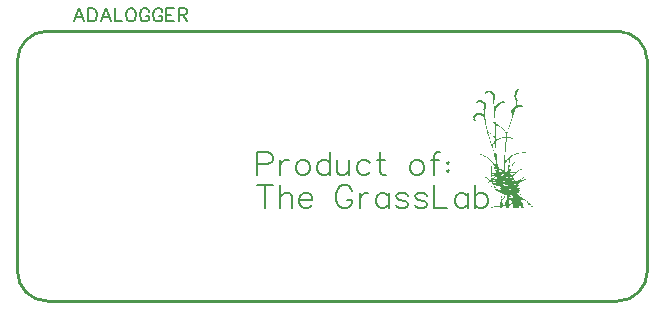
<source format=gto>
G04 Layer: TopSilkscreenLayer*
G04 EasyEDA v6.4.29, 2022-01-17 15:18:18*
G04 f717e2ddec04441081c87138b9a9d0f6,57a4a698a74a44ef878f5d1479004e60,10*
G04 Gerber Generator version 0.2*
G04 Scale: 100 percent, Rotated: No, Reflected: No *
G04 Dimensions in inches *
G04 leading zeros omitted , absolute positions ,3 integer and 6 decimal *
%FSLAX36Y36*%
%MOIN*%

%ADD10C,0.0100*%
%ADD16C,0.0080*%
%ADD17C,0.0070*%

%LPD*%
G36*
X1691960Y758600D02*
G01*
X1690540Y758580D01*
X1688880Y757980D01*
X1687020Y756760D01*
X1685000Y755000D01*
X1683240Y753139D01*
X1681620Y751220D01*
X1680340Y749440D01*
X1679560Y748040D01*
X1678620Y745440D01*
X1677880Y742720D01*
X1677360Y739940D01*
X1677040Y737159D01*
X1676920Y734400D01*
X1677000Y731740D01*
X1677260Y729200D01*
X1677720Y726820D01*
X1678380Y724680D01*
X1679199Y722800D01*
X1680220Y721240D01*
X1681420Y720040D01*
X1683160Y718540D01*
X1683839Y716880D01*
X1683520Y714040D01*
X1682260Y709080D01*
X1680980Y704900D01*
X1679480Y701540D01*
X1677660Y698800D01*
X1675420Y696440D01*
X1673160Y694340D01*
X1671220Y692260D01*
X1669580Y690260D01*
X1668240Y688319D01*
X1667200Y686440D01*
X1666459Y684640D01*
X1666060Y682920D01*
X1665940Y681300D01*
X1666160Y679760D01*
X1666680Y678300D01*
X1667520Y676960D01*
X1669319Y675140D01*
X1669820Y674539D01*
X1670160Y673840D01*
X1670320Y672940D01*
X1670300Y671760D01*
X1670040Y670160D01*
X1669580Y668080D01*
X1667860Y662020D01*
X1654300Y618820D01*
X1651420Y608540D01*
X1646879Y616560D01*
X1645500Y618720D01*
X1644079Y620720D01*
X1642620Y622600D01*
X1641100Y624360D01*
X1639460Y626020D01*
X1637680Y627620D01*
X1635760Y629200D01*
X1633680Y630740D01*
X1628860Y633860D01*
X1619680Y639240D01*
X1617660Y640639D01*
X1616240Y641880D01*
X1615280Y643100D01*
X1614700Y644460D01*
X1614300Y646100D01*
X1613839Y649659D01*
X1613500Y654020D01*
X1613060Y665620D01*
X1613000Y672580D01*
X1613060Y676000D01*
X1613220Y678940D01*
X1613480Y681540D01*
X1613860Y683880D01*
X1614379Y686080D01*
X1615040Y688240D01*
X1615860Y690440D01*
X1616900Y692840D01*
X1618080Y695120D01*
X1619379Y697280D01*
X1620820Y699280D01*
X1622340Y701160D01*
X1623980Y702880D01*
X1625720Y704440D01*
X1627520Y705840D01*
X1629400Y707080D01*
X1631339Y708139D01*
X1633340Y709020D01*
X1635400Y709700D01*
X1637480Y710200D01*
X1639600Y710500D01*
X1641720Y710580D01*
X1646519Y710220D01*
X1647760Y710400D01*
X1647760Y711160D01*
X1646800Y712680D01*
X1645700Y713820D01*
X1644139Y714800D01*
X1642320Y715500D01*
X1640380Y715879D01*
X1638640Y715920D01*
X1636720Y715699D01*
X1634620Y715260D01*
X1632440Y714620D01*
X1630200Y713800D01*
X1627960Y712820D01*
X1625760Y711720D01*
X1623680Y710520D01*
X1621740Y709220D01*
X1620000Y707880D01*
X1618500Y706480D01*
X1617320Y705080D01*
X1613620Y700320D01*
X1612420Y699160D01*
X1611540Y698800D01*
X1610920Y699280D01*
X1610460Y700580D01*
X1610120Y702740D01*
X1609360Y709220D01*
X1608440Y715220D01*
X1608040Y717000D01*
X1607860Y718340D01*
X1608080Y719700D01*
X1608680Y721000D01*
X1610700Y723640D01*
X1611459Y725639D01*
X1611960Y728060D01*
X1612180Y730740D01*
X1612120Y733540D01*
X1611780Y736320D01*
X1611140Y738940D01*
X1610200Y741240D01*
X1608980Y743139D01*
X1607340Y744900D01*
X1605360Y746480D01*
X1603100Y747900D01*
X1600640Y749100D01*
X1598040Y750080D01*
X1595360Y750819D01*
X1592660Y751280D01*
X1590020Y751460D01*
X1587500Y751320D01*
X1585160Y750860D01*
X1583080Y750040D01*
X1581800Y749140D01*
X1580960Y747840D01*
X1580500Y746020D01*
X1580360Y743640D01*
X1580400Y738600D01*
X1583340Y742280D01*
X1585100Y744100D01*
X1587080Y745360D01*
X1589220Y746060D01*
X1591519Y746200D01*
X1593899Y745780D01*
X1596360Y744820D01*
X1598860Y743300D01*
X1601320Y741240D01*
X1602960Y739680D01*
X1604160Y738379D01*
X1605040Y737200D01*
X1605580Y736000D01*
X1605860Y734640D01*
X1605940Y733000D01*
X1605600Y728280D01*
X1605440Y724440D01*
X1605580Y720060D01*
X1606020Y715660D01*
X1606680Y711720D01*
X1607620Y706900D01*
X1608380Y701080D01*
X1609120Y692520D01*
X1610000Y679560D01*
X1612120Y643580D01*
X1608340Y645900D01*
X1605640Y647300D01*
X1604660Y647220D01*
X1605440Y645860D01*
X1609400Y642200D01*
X1609940Y641480D01*
X1610380Y640580D01*
X1610760Y639460D01*
X1611060Y638020D01*
X1611560Y633900D01*
X1611997Y626460D01*
X1614940Y626460D01*
X1615040Y635280D01*
X1615180Y637800D01*
X1615380Y638700D01*
X1616360Y638360D01*
X1618260Y637440D01*
X1623680Y634380D01*
X1628899Y631040D01*
X1631300Y629300D01*
X1633560Y627520D01*
X1635680Y625700D01*
X1637660Y623820D01*
X1639500Y621920D01*
X1641180Y619960D01*
X1642740Y617980D01*
X1644160Y615960D01*
X1645420Y613900D01*
X1646519Y611800D01*
X1647500Y609660D01*
X1648300Y607500D01*
X1648980Y605320D01*
X1650440Y598300D01*
X1641060Y597060D01*
X1636879Y596080D01*
X1632220Y594660D01*
X1627640Y592960D01*
X1621840Y590420D01*
X1618760Y589300D01*
X1616680Y588800D01*
X1615880Y589020D01*
X1615380Y601180D01*
X1615060Y614380D01*
X1614940Y626460D01*
X1611997Y626460D01*
X1613260Y596380D01*
X1608060Y601900D01*
X1605440Y604360D01*
X1602160Y607000D01*
X1598660Y609480D01*
X1595340Y611500D01*
X1592960Y612820D01*
X1591120Y613960D01*
X1589720Y615020D01*
X1588660Y616140D01*
X1587880Y617400D01*
X1587260Y618960D01*
X1586699Y620920D01*
X1585400Y626800D01*
X1582760Y640140D01*
X1580600Y652760D01*
X1578980Y664120D01*
X1578380Y669160D01*
X1577680Y677620D01*
X1577600Y680900D01*
X1577680Y683480D01*
X1577960Y685240D01*
X1578180Y685819D01*
X1578440Y686160D01*
X1579360Y686380D01*
X1579720Y686660D01*
X1579800Y687099D01*
X1579360Y688160D01*
X1579360Y688600D01*
X1579580Y688900D01*
X1580000Y689000D01*
X1581500Y689980D01*
X1582780Y692480D01*
X1583640Y695960D01*
X1583880Y699800D01*
X1583620Y702120D01*
X1583060Y704440D01*
X1582260Y706720D01*
X1581220Y708860D01*
X1580020Y710819D01*
X1578660Y712540D01*
X1577200Y713920D01*
X1573140Y716460D01*
X1572180Y717240D01*
X1571560Y717880D01*
X1570800Y718340D01*
X1569319Y718700D01*
X1567320Y719000D01*
X1564980Y719200D01*
X1562500Y719280D01*
X1560060Y719240D01*
X1557880Y719080D01*
X1556100Y718760D01*
X1553760Y717760D01*
X1551960Y716240D01*
X1550780Y714340D01*
X1550360Y712200D01*
X1550680Y710220D01*
X1551600Y709460D01*
X1552980Y709900D01*
X1554780Y711560D01*
X1555980Y712540D01*
X1557620Y713100D01*
X1559860Y713280D01*
X1562840Y713080D01*
X1565520Y712660D01*
X1567860Y712000D01*
X1569880Y711080D01*
X1571600Y709920D01*
X1573080Y708460D01*
X1574300Y706680D01*
X1575320Y704580D01*
X1576160Y702120D01*
X1576680Y699659D01*
X1576960Y697120D01*
X1577000Y694640D01*
X1576800Y692380D01*
X1576420Y690480D01*
X1575860Y689080D01*
X1575140Y688360D01*
X1574300Y688439D01*
X1573680Y688720D01*
X1573340Y688600D01*
X1573300Y688100D01*
X1573980Y685720D01*
X1574840Y680020D01*
X1575420Y673360D01*
X1575500Y671060D01*
X1575440Y669900D01*
X1575220Y670040D01*
X1574600Y671040D01*
X1573480Y672220D01*
X1571980Y673439D01*
X1568640Y675520D01*
X1567300Y676460D01*
X1566380Y677280D01*
X1566060Y677800D01*
X1565500Y678180D01*
X1564000Y678439D01*
X1561759Y678600D01*
X1559019Y678600D01*
X1556180Y678379D01*
X1553440Y677800D01*
X1550820Y676840D01*
X1548380Y675560D01*
X1546120Y673960D01*
X1544060Y672039D01*
X1542260Y669860D01*
X1538620Y663800D01*
X1539040Y662860D01*
X1540980Y659260D01*
X1541240Y658439D01*
X1541080Y658139D01*
X1539880Y658520D01*
X1539720Y658000D01*
X1540000Y656800D01*
X1540740Y654920D01*
X1541720Y653139D01*
X1543040Y651480D01*
X1544500Y650140D01*
X1545940Y649340D01*
X1547700Y648800D01*
X1548580Y648860D01*
X1548700Y649620D01*
X1547780Y652820D01*
X1546860Y657060D01*
X1546519Y659160D01*
X1546320Y661860D01*
X1546759Y663860D01*
X1548020Y665680D01*
X1550340Y667720D01*
X1552200Y669060D01*
X1554040Y670080D01*
X1555860Y670759D01*
X1557740Y671120D01*
X1559700Y671180D01*
X1561780Y670920D01*
X1564019Y670360D01*
X1566459Y669479D01*
X1568360Y668640D01*
X1570040Y667760D01*
X1571480Y666780D01*
X1572740Y665639D01*
X1573839Y664260D01*
X1574800Y662600D01*
X1575680Y660580D01*
X1576500Y658180D01*
X1577280Y655280D01*
X1578880Y647840D01*
X1581879Y631840D01*
X1584100Y620740D01*
X1585040Y616580D01*
X1585040Y615020D01*
X1584280Y614320D01*
X1581140Y614020D01*
X1580700Y613840D01*
X1581360Y613540D01*
X1583160Y613020D01*
X1584580Y612460D01*
X1585820Y611580D01*
X1586115Y611240D01*
X1589760Y611240D01*
X1589920Y611500D01*
X1590720Y611220D01*
X1594400Y609440D01*
X1596800Y608140D01*
X1598839Y606880D01*
X1600820Y605440D01*
X1602720Y603840D01*
X1604520Y602100D01*
X1606200Y600280D01*
X1607760Y598380D01*
X1609139Y596480D01*
X1610340Y594580D01*
X1611360Y592720D01*
X1612140Y590940D01*
X1612700Y589280D01*
X1612980Y587780D01*
X1612980Y586440D01*
X1612700Y585340D01*
X1612080Y584480D01*
X1611649Y584220D01*
X1615780Y584220D01*
X1621220Y587500D01*
X1623180Y588560D01*
X1628000Y590720D01*
X1633500Y592700D01*
X1639120Y594360D01*
X1641759Y595020D01*
X1644220Y595520D01*
X1646420Y595840D01*
X1648260Y595980D01*
X1649680Y595900D01*
X1649019Y589780D01*
X1646339Y568320D01*
X1644900Y554420D01*
X1643940Y542520D01*
X1643060Y528120D01*
X1642600Y516200D01*
X1642360Y502320D01*
X1642340Y484060D01*
X1631660Y489560D01*
X1629100Y490720D01*
X1627280Y491400D01*
X1626459Y491500D01*
X1626639Y490920D01*
X1627540Y489680D01*
X1629019Y487960D01*
X1631432Y485439D01*
X1634720Y485439D01*
X1634980Y485760D01*
X1635740Y485600D01*
X1637000Y484960D01*
X1638779Y483820D01*
X1640520Y482420D01*
X1641879Y480900D01*
X1642740Y479360D01*
X1642966Y478180D01*
X1645040Y478180D01*
X1645120Y478380D01*
X1645460Y478180D01*
X1647020Y476740D01*
X1649280Y474260D01*
X1649678Y473579D01*
X1654980Y473579D01*
X1656160Y475379D01*
X1657440Y475439D01*
X1658530Y474040D01*
X1661920Y474040D01*
X1661980Y475880D01*
X1662260Y476940D01*
X1663220Y477420D01*
X1665200Y477840D01*
X1667860Y478160D01*
X1673740Y478459D01*
X1676260Y478380D01*
X1678040Y478160D01*
X1678720Y477740D01*
X1678320Y477239D01*
X1675640Y474960D01*
X1673700Y473500D01*
X1670760Y471460D01*
X1668920Y470660D01*
X1667420Y471019D01*
X1665540Y472380D01*
X1662420Y474940D01*
X1664860Y471260D01*
X1665760Y469739D01*
X1666240Y468420D01*
X1666279Y467420D01*
X1665860Y466780D01*
X1665320Y466380D01*
X1664860Y465820D01*
X1664560Y465180D01*
X1664460Y464540D01*
X1664600Y464040D01*
X1665020Y463920D01*
X1665680Y464180D01*
X1667960Y465540D01*
X1668640Y465220D01*
X1668620Y463860D01*
X1667860Y461500D01*
X1667367Y460860D01*
X1670160Y460860D01*
X1670280Y461320D01*
X1670580Y461560D01*
X1671040Y461580D01*
X1671579Y461340D01*
X1672140Y460940D01*
X1672600Y460379D01*
X1672900Y459780D01*
X1673020Y459180D01*
X1672900Y458740D01*
X1672600Y458480D01*
X1672140Y458440D01*
X1671579Y458620D01*
X1671040Y459080D01*
X1670580Y459660D01*
X1670280Y460280D01*
X1670160Y460860D01*
X1667367Y460860D01*
X1666720Y460020D01*
X1665220Y459400D01*
X1663940Y459739D01*
X1663480Y461019D01*
X1663440Y462200D01*
X1662900Y466500D01*
X1662100Y471700D01*
X1661920Y474040D01*
X1658530Y474040D01*
X1658640Y473900D01*
X1659560Y470860D01*
X1659880Y468900D01*
X1660020Y467200D01*
X1659980Y465940D01*
X1659740Y465260D01*
X1658320Y465740D01*
X1656540Y468160D01*
X1655180Y471240D01*
X1654980Y473579D01*
X1649678Y473579D01*
X1649760Y473440D01*
X1649460Y473040D01*
X1648440Y472939D01*
X1647540Y473160D01*
X1646680Y473740D01*
X1645960Y474600D01*
X1645500Y475660D01*
X1645080Y477600D01*
X1645040Y478180D01*
X1642966Y478180D01*
X1643020Y477900D01*
X1642880Y476480D01*
X1642300Y476240D01*
X1641020Y477299D01*
X1638779Y479739D01*
X1637000Y481820D01*
X1635740Y483459D01*
X1634980Y484680D01*
X1634720Y485439D01*
X1631432Y485439D01*
X1632800Y484000D01*
X1634220Y482320D01*
X1635200Y480959D01*
X1635700Y479900D01*
X1635740Y479159D01*
X1635320Y478780D01*
X1634440Y478720D01*
X1631940Y479260D01*
X1631040Y479219D01*
X1630440Y478960D01*
X1630220Y478459D01*
X1630400Y477900D01*
X1630900Y477440D01*
X1631620Y477140D01*
X1632500Y477020D01*
X1635540Y476300D01*
X1639019Y474580D01*
X1641879Y472480D01*
X1642983Y470740D01*
X1650680Y470740D01*
X1650720Y471180D01*
X1651020Y471480D01*
X1651540Y471580D01*
X1652120Y471480D01*
X1652600Y471180D01*
X1652920Y470740D01*
X1653040Y470220D01*
X1653000Y469720D01*
X1652860Y469280D01*
X1652660Y468980D01*
X1652420Y468860D01*
X1652100Y468980D01*
X1651300Y469720D01*
X1650900Y470220D01*
X1650680Y470740D01*
X1642983Y470740D01*
X1643060Y470620D01*
X1642540Y470280D01*
X1641100Y470620D01*
X1638839Y471599D01*
X1635920Y473180D01*
X1633540Y474720D01*
X1631540Y476300D01*
X1629880Y477980D01*
X1628520Y479860D01*
X1627400Y482000D01*
X1626519Y484460D01*
X1625800Y487320D01*
X1625040Y491580D01*
X1624460Y493760D01*
X1622460Y499440D01*
X1621500Y502720D01*
X1620640Y506180D01*
X1619900Y509880D01*
X1619240Y513880D01*
X1618660Y518220D01*
X1618180Y523000D01*
X1617400Y534060D01*
X1616840Y547540D01*
X1615780Y584220D01*
X1611649Y584220D01*
X1610080Y583160D01*
X1608740Y581720D01*
X1607260Y579800D01*
X1605820Y577580D01*
X1602500Y571980D01*
X1597000Y587220D01*
X1594480Y594520D01*
X1592440Y600780D01*
X1590920Y605800D01*
X1590000Y609360D01*
X1589760Y611240D01*
X1586115Y611240D01*
X1586740Y610520D01*
X1587220Y609420D01*
X1587860Y607100D01*
X1591140Y597000D01*
X1595180Y585180D01*
X1600472Y568780D01*
X1604560Y568780D01*
X1604860Y569800D01*
X1605720Y571500D01*
X1606960Y573640D01*
X1612400Y581820D01*
X1613440Y572680D01*
X1613880Y565400D01*
X1614199Y555840D01*
X1614340Y530700D01*
X1606720Y559500D01*
X1604660Y568120D01*
X1604560Y568780D01*
X1600472Y568780D01*
X1604040Y557020D01*
X1607240Y545900D01*
X1610100Y535480D01*
X1612460Y526220D01*
X1614199Y518500D01*
X1614820Y515379D01*
X1616080Y507200D01*
X1616840Y502939D01*
X1616860Y501800D01*
X1616040Y502040D01*
X1614280Y503760D01*
X1609680Y509140D01*
X1606020Y513220D01*
X1602260Y517100D01*
X1598420Y520740D01*
X1594520Y524120D01*
X1590600Y527260D01*
X1586639Y530120D01*
X1582700Y532700D01*
X1578800Y534980D01*
X1574940Y536920D01*
X1571140Y538540D01*
X1567440Y539800D01*
X1560160Y541600D01*
X1556800Y542120D01*
X1555120Y541860D01*
X1554640Y540860D01*
X1555000Y540340D01*
X1555960Y539920D01*
X1557380Y539620D01*
X1560520Y539440D01*
X1561980Y539260D01*
X1565120Y538540D01*
X1568540Y537360D01*
X1572160Y535800D01*
X1575960Y533840D01*
X1579880Y531540D01*
X1583860Y528920D01*
X1587880Y526020D01*
X1591879Y522879D01*
X1595820Y519520D01*
X1599640Y515980D01*
X1603320Y512280D01*
X1606780Y508459D01*
X1610000Y504540D01*
X1612000Y501900D01*
X1613620Y499580D01*
X1614920Y497520D01*
X1615960Y495600D01*
X1616740Y493740D01*
X1617295Y491980D01*
X1620400Y491980D01*
X1620520Y495340D01*
X1621680Y491980D01*
X1622520Y488960D01*
X1622940Y486540D01*
X1622960Y485520D01*
X1622800Y485160D01*
X1622400Y485520D01*
X1621680Y486540D01*
X1621140Y487600D01*
X1620740Y488960D01*
X1620480Y490480D01*
X1620400Y491980D01*
X1617295Y491980D01*
X1617780Y489780D01*
X1618140Y487500D01*
X1618460Y484140D01*
X1618500Y481740D01*
X1618240Y480340D01*
X1617740Y479900D01*
X1617000Y480460D01*
X1616100Y481980D01*
X1615020Y484460D01*
X1612740Y491079D01*
X1611680Y493660D01*
X1610760Y495420D01*
X1610140Y496060D01*
X1609800Y495780D01*
X1609720Y494960D01*
X1609880Y493780D01*
X1610280Y492299D01*
X1614740Y478900D01*
X1621819Y478900D01*
X1621900Y479900D01*
X1622580Y481740D01*
X1623080Y482800D01*
X1623560Y483220D01*
X1624060Y483020D01*
X1624700Y482220D01*
X1625560Y480640D01*
X1625820Y479960D01*
X1625920Y479420D01*
X1625760Y479020D01*
X1625320Y478700D01*
X1624640Y478480D01*
X1623820Y478380D01*
X1622420Y478480D01*
X1621819Y478900D01*
X1614740Y478900D01*
X1615920Y475340D01*
X1611200Y476620D01*
X1607400Y477520D01*
X1601699Y478700D01*
X1601459Y497120D01*
X1601300Y502299D01*
X1601160Y503620D01*
X1601000Y504159D01*
X1600780Y503960D01*
X1600200Y501500D01*
X1599760Y498459D01*
X1599360Y494700D01*
X1599100Y490700D01*
X1598820Y482220D01*
X1598320Y479640D01*
X1597140Y478480D01*
X1594940Y477980D01*
X1591000Y477420D01*
X1594940Y477180D01*
X1597360Y476680D01*
X1598779Y475680D01*
X1598839Y474739D01*
X1601819Y474700D01*
X1602220Y475220D01*
X1603240Y475520D01*
X1604920Y475580D01*
X1606519Y475180D01*
X1608452Y474080D01*
X1612360Y474080D01*
X1612720Y474300D01*
X1613440Y474140D01*
X1614307Y473660D01*
X1623100Y473660D01*
X1623200Y474460D01*
X1623520Y475080D01*
X1623959Y475520D01*
X1624520Y475660D01*
X1625080Y475439D01*
X1625540Y474840D01*
X1625840Y473940D01*
X1625914Y473140D01*
X1629460Y473140D01*
X1629740Y473640D01*
X1630900Y473240D01*
X1634820Y471019D01*
X1636140Y470080D01*
X1637040Y469320D01*
X1637360Y468780D01*
X1636260Y468000D01*
X1633800Y468560D01*
X1631240Y469960D01*
X1629780Y471740D01*
X1629460Y473140D01*
X1625914Y473140D01*
X1625840Y471860D01*
X1625540Y471140D01*
X1625080Y470800D01*
X1624520Y470860D01*
X1623959Y471360D01*
X1623520Y472060D01*
X1623200Y472860D01*
X1623100Y473660D01*
X1614307Y473660D01*
X1615180Y473020D01*
X1616000Y472220D01*
X1617240Y470340D01*
X1617060Y469540D01*
X1615800Y469920D01*
X1613839Y471580D01*
X1612940Y472620D01*
X1612440Y473480D01*
X1612360Y474080D01*
X1608452Y474080D01*
X1610420Y472580D01*
X1612340Y470620D01*
X1616120Y466300D01*
X1638779Y466300D01*
X1638940Y467260D01*
X1639460Y467420D01*
X1639812Y467180D01*
X1647380Y467180D01*
X1647640Y468380D01*
X1648480Y468740D01*
X1649920Y468260D01*
X1651980Y466940D01*
X1653640Y465140D01*
X1654400Y463080D01*
X1654160Y461400D01*
X1652840Y460700D01*
X1651180Y461380D01*
X1649400Y463040D01*
X1648000Y465160D01*
X1647380Y467180D01*
X1639812Y467180D01*
X1640340Y466820D01*
X1641660Y465420D01*
X1642500Y464400D01*
X1642700Y463900D01*
X1642240Y463860D01*
X1641120Y464219D01*
X1640220Y464660D01*
X1639480Y465180D01*
X1638959Y465740D01*
X1638779Y466300D01*
X1616120Y466300D01*
X1616540Y465820D01*
X1609120Y469420D01*
X1606480Y470780D01*
X1604420Y472000D01*
X1602940Y473080D01*
X1602080Y473980D01*
X1601819Y474700D01*
X1598687Y474700D01*
X1596620Y474180D01*
X1596560Y473820D01*
X1596920Y473300D01*
X1597720Y472620D01*
X1598720Y471340D01*
X1599215Y470140D01*
X1603140Y470140D01*
X1610000Y467040D01*
X1612480Y465780D01*
X1612740Y465580D01*
X1611120Y464320D01*
X1603140Y457520D01*
X1603140Y470140D01*
X1599215Y470140D01*
X1599620Y469159D01*
X1600340Y466240D01*
X1600860Y462700D01*
X1601740Y454640D01*
X1598880Y459580D01*
X1596940Y462640D01*
X1595080Y464940D01*
X1593700Y466120D01*
X1593140Y465740D01*
X1594240Y463440D01*
X1598280Y456260D01*
X1599224Y454260D01*
X1604760Y454260D01*
X1605680Y456520D01*
X1608440Y459660D01*
X1611699Y462080D01*
X1614780Y463040D01*
X1617240Y462520D01*
X1618274Y460880D01*
X1633160Y460880D01*
X1634000Y461719D01*
X1635940Y462060D01*
X1637040Y461980D01*
X1637940Y461740D01*
X1638560Y461400D01*
X1638779Y460940D01*
X1638500Y459720D01*
X1637720Y458920D01*
X1636540Y458620D01*
X1635080Y458860D01*
X1633500Y459840D01*
X1633160Y460880D01*
X1618274Y460880D01*
X1618540Y460460D01*
X1618440Y459320D01*
X1618246Y459099D01*
X1628820Y459099D01*
X1628880Y460200D01*
X1629079Y460600D01*
X1629500Y460319D01*
X1630927Y458140D01*
X1653040Y458140D01*
X1653160Y458600D01*
X1653460Y458840D01*
X1653920Y458860D01*
X1654480Y458620D01*
X1655020Y458220D01*
X1655480Y457660D01*
X1655780Y457060D01*
X1655864Y456640D01*
X1663020Y456640D01*
X1663220Y457580D01*
X1663420Y457879D01*
X1663660Y457980D01*
X1663980Y457879D01*
X1664780Y457140D01*
X1665160Y456640D01*
X1665380Y456120D01*
X1665340Y455680D01*
X1665060Y455379D01*
X1664540Y455280D01*
X1663959Y455379D01*
X1663480Y455680D01*
X1663140Y456120D01*
X1663020Y456640D01*
X1655864Y456640D01*
X1655900Y456460D01*
X1655780Y456019D01*
X1655480Y455780D01*
X1655020Y455760D01*
X1654480Y456000D01*
X1653920Y456400D01*
X1653460Y456940D01*
X1653160Y457560D01*
X1653040Y458140D01*
X1630927Y458140D01*
X1631519Y456800D01*
X1631639Y456240D01*
X1631519Y455860D01*
X1631220Y455700D01*
X1630780Y455740D01*
X1630220Y456000D01*
X1629680Y456460D01*
X1629220Y457220D01*
X1628920Y458140D01*
X1628820Y459099D01*
X1618246Y459099D01*
X1617580Y458340D01*
X1615880Y457460D01*
X1610880Y455980D01*
X1609160Y455379D01*
X1608040Y454860D01*
X1607560Y454440D01*
X1607720Y454159D01*
X1608520Y454060D01*
X1610000Y454140D01*
X1612160Y454480D01*
X1614640Y454739D01*
X1616519Y454520D01*
X1618100Y453760D01*
X1619573Y452400D01*
X1637920Y452400D01*
X1637940Y453459D01*
X1638520Y454219D01*
X1639700Y454540D01*
X1641500Y454320D01*
X1642660Y453760D01*
X1643040Y453380D01*
X1659340Y453380D01*
X1659560Y454380D01*
X1660440Y456140D01*
X1661080Y456480D01*
X1661459Y455420D01*
X1661600Y452960D01*
X1661519Y451420D01*
X1661240Y450540D01*
X1660780Y450300D01*
X1660120Y450700D01*
X1659620Y451400D01*
X1659360Y452340D01*
X1659340Y453380D01*
X1643040Y453380D01*
X1643620Y452800D01*
X1644282Y451599D01*
X1653040Y451599D01*
X1653160Y452440D01*
X1653300Y452580D01*
X1657020Y447720D01*
X1657340Y447140D01*
X1656840Y447340D01*
X1654580Y449140D01*
X1653779Y450040D01*
X1653240Y450880D01*
X1653040Y451599D01*
X1644282Y451599D01*
X1644800Y449840D01*
X1644905Y448900D01*
X1647260Y448900D01*
X1647640Y450460D01*
X1649319Y449980D01*
X1650140Y449099D01*
X1650920Y447879D01*
X1651560Y446460D01*
X1651980Y445040D01*
X1652300Y443160D01*
X1652200Y442400D01*
X1651480Y442680D01*
X1650000Y443920D01*
X1648100Y446360D01*
X1647260Y448900D01*
X1644905Y448900D01*
X1645020Y447879D01*
X1644860Y446880D01*
X1644220Y446659D01*
X1643040Y447120D01*
X1641040Y448360D01*
X1639500Y449720D01*
X1638440Y451100D01*
X1637920Y452400D01*
X1619573Y452400D01*
X1622380Y449280D01*
X1618520Y451599D01*
X1615540Y453220D01*
X1613860Y453800D01*
X1613520Y453340D01*
X1614560Y451820D01*
X1615380Y450820D01*
X1615640Y450300D01*
X1615300Y450180D01*
X1608480Y451760D01*
X1605700Y452740D01*
X1604760Y454260D01*
X1599224Y454260D01*
X1599880Y452520D01*
X1599920Y451760D01*
X1599319Y451719D01*
X1598220Y452180D01*
X1596759Y453040D01*
X1592680Y456019D01*
X1587240Y459680D01*
X1582140Y462740D01*
X1580140Y463800D01*
X1578720Y464400D01*
X1578040Y464460D01*
X1578540Y463780D01*
X1580360Y462299D01*
X1583180Y460280D01*
X1590300Y455460D01*
X1593160Y453280D01*
X1595000Y451599D01*
X1595560Y450640D01*
X1594960Y449920D01*
X1593680Y448940D01*
X1591900Y447819D01*
X1587780Y445640D01*
X1586240Y444640D01*
X1585340Y443840D01*
X1585220Y443360D01*
X1586000Y443320D01*
X1587600Y443780D01*
X1589760Y444640D01*
X1595600Y447400D01*
X1597860Y448100D01*
X1599480Y448000D01*
X1600425Y447460D01*
X1605600Y447460D01*
X1605600Y448700D01*
X1606060Y449480D01*
X1606960Y449799D01*
X1608380Y449660D01*
X1610340Y449040D01*
X1613297Y447760D01*
X1637360Y447760D01*
X1637780Y448060D01*
X1638880Y447420D01*
X1640460Y446079D01*
X1642300Y444260D01*
X1645148Y440980D01*
X1649520Y440980D01*
X1650160Y440840D01*
X1650461Y440600D01*
X1667480Y440600D01*
X1667540Y445560D01*
X1667760Y450260D01*
X1668180Y453680D01*
X1668740Y456040D01*
X1669379Y457040D01*
X1670460Y456820D01*
X1672340Y455600D01*
X1673839Y454219D01*
X1675520Y452239D01*
X1677180Y449880D01*
X1678580Y447440D01*
X1679660Y445160D01*
X1680480Y442960D01*
X1681080Y440920D01*
X1681420Y439040D01*
X1681519Y437400D01*
X1681360Y436040D01*
X1680940Y435000D01*
X1680240Y434320D01*
X1679220Y434500D01*
X1678160Y436040D01*
X1677240Y438560D01*
X1676620Y441680D01*
X1675940Y444380D01*
X1674680Y447520D01*
X1673320Y450100D01*
X1672260Y451200D01*
X1672020Y450820D01*
X1671980Y449780D01*
X1672100Y448260D01*
X1672700Y444060D01*
X1672620Y442140D01*
X1672120Y440580D01*
X1670300Y438140D01*
X1669460Y436820D01*
X1668779Y435439D01*
X1668100Y433660D01*
X1667900Y433920D01*
X1667720Y434860D01*
X1667520Y438320D01*
X1667480Y440600D01*
X1650461Y440600D01*
X1651720Y439600D01*
X1652231Y439040D01*
X1655900Y439040D01*
X1656080Y440080D01*
X1656519Y440260D01*
X1657220Y439500D01*
X1662100Y439500D01*
X1662140Y439940D01*
X1662420Y440220D01*
X1662940Y440319D01*
X1663520Y440220D01*
X1664019Y439940D01*
X1664340Y439500D01*
X1664460Y438960D01*
X1664259Y438000D01*
X1664060Y437700D01*
X1663820Y437600D01*
X1663520Y437700D01*
X1662700Y438440D01*
X1662320Y438960D01*
X1662100Y439500D01*
X1657220Y439500D01*
X1657860Y438240D01*
X1658100Y437460D01*
X1658080Y436960D01*
X1657800Y436780D01*
X1657300Y436960D01*
X1656759Y437380D01*
X1656320Y437900D01*
X1656000Y438459D01*
X1655900Y439040D01*
X1652231Y439040D01*
X1652780Y438440D01*
X1653660Y437160D01*
X1654259Y435860D01*
X1654480Y434720D01*
X1654079Y432560D01*
X1653120Y432340D01*
X1651840Y433880D01*
X1650520Y437040D01*
X1649680Y439780D01*
X1649520Y440980D01*
X1645148Y440980D01*
X1645920Y440040D01*
X1647260Y438080D01*
X1648000Y436560D01*
X1648360Y435000D01*
X1648160Y434080D01*
X1647260Y433620D01*
X1645580Y433519D01*
X1643800Y433800D01*
X1642380Y434799D01*
X1641120Y436780D01*
X1639780Y440000D01*
X1638820Y442580D01*
X1637540Y446719D01*
X1637360Y447760D01*
X1613297Y447760D01*
X1622380Y443280D01*
X1616339Y443760D01*
X1613880Y443820D01*
X1611759Y443660D01*
X1610180Y443280D01*
X1609580Y442879D01*
X1633460Y442879D01*
X1633860Y442760D01*
X1634680Y442080D01*
X1635300Y441340D01*
X1635700Y440620D01*
X1635820Y440020D01*
X1635660Y439600D01*
X1635260Y439500D01*
X1634800Y439780D01*
X1634319Y440379D01*
X1633880Y441280D01*
X1633480Y442380D01*
X1633460Y442879D01*
X1609580Y442879D01*
X1609340Y442720D01*
X1609079Y442120D01*
X1609240Y441840D01*
X1609840Y441840D01*
X1612000Y442440D01*
X1612620Y442299D01*
X1612760Y441659D01*
X1612632Y441160D01*
X1617760Y441160D01*
X1618160Y441580D01*
X1619960Y441040D01*
X1623160Y439600D01*
X1626140Y438020D01*
X1627040Y437440D01*
X1627380Y437120D01*
X1626220Y436800D01*
X1623580Y437400D01*
X1620660Y438519D01*
X1618680Y439840D01*
X1617760Y441160D01*
X1612632Y441160D01*
X1612460Y440480D01*
X1612487Y438960D01*
X1614540Y438960D01*
X1614720Y439940D01*
X1614920Y440220D01*
X1615160Y440319D01*
X1615480Y440220D01*
X1615880Y439940D01*
X1616680Y438960D01*
X1616900Y438440D01*
X1616860Y438000D01*
X1616560Y437700D01*
X1616060Y437600D01*
X1615460Y437700D01*
X1614980Y438000D01*
X1614660Y438440D01*
X1614540Y438960D01*
X1612487Y438960D01*
X1612500Y438300D01*
X1613720Y436400D01*
X1615124Y435560D01*
X1633580Y435560D01*
X1634019Y436060D01*
X1635120Y436960D01*
X1636680Y437920D01*
X1637760Y437879D01*
X1638700Y436599D01*
X1640664Y431700D01*
X1643380Y431700D01*
X1643800Y432080D01*
X1645380Y432160D01*
X1646680Y432020D01*
X1647940Y431680D01*
X1648769Y431280D01*
X1670300Y431280D01*
X1670600Y433519D01*
X1671519Y436040D01*
X1672700Y438100D01*
X1673800Y438960D01*
X1674180Y438720D01*
X1675180Y437100D01*
X1676220Y434400D01*
X1677340Y430620D01*
X1677800Y428800D01*
X1678200Y426760D01*
X1678060Y426240D01*
X1677260Y427340D01*
X1673820Y433160D01*
X1672760Y434400D01*
X1672100Y434000D01*
X1671000Y430780D01*
X1670660Y430180D01*
X1670420Y430340D01*
X1670300Y431280D01*
X1648769Y431280D01*
X1649060Y431140D01*
X1649840Y430480D01*
X1651121Y428440D01*
X1653940Y428440D01*
X1653980Y429159D01*
X1654340Y429440D01*
X1654880Y429200D01*
X1655440Y428560D01*
X1655994Y427560D01*
X1672080Y427560D01*
X1672300Y428080D01*
X1673100Y429060D01*
X1673500Y429340D01*
X1673800Y429440D01*
X1674060Y429340D01*
X1674259Y429060D01*
X1674440Y428080D01*
X1674319Y427560D01*
X1674000Y427120D01*
X1673520Y426820D01*
X1672920Y426719D01*
X1672400Y426820D01*
X1672120Y427120D01*
X1672080Y427560D01*
X1655994Y427560D01*
X1656380Y426480D01*
X1656486Y425959D01*
X1658899Y425959D01*
X1660000Y425800D01*
X1662526Y423740D01*
X1683800Y423740D01*
X1683920Y424320D01*
X1685220Y425020D01*
X1687300Y425340D01*
X1689259Y425220D01*
X1690120Y424640D01*
X1689680Y423260D01*
X1688580Y421120D01*
X1687680Y419620D01*
X1687000Y419099D01*
X1686240Y419520D01*
X1685140Y420880D01*
X1684460Y421900D01*
X1684000Y422900D01*
X1683800Y423740D01*
X1662526Y423740D01*
X1664000Y422180D01*
X1665000Y420800D01*
X1665480Y419680D01*
X1665340Y418960D01*
X1664720Y418820D01*
X1663779Y419219D01*
X1662680Y420080D01*
X1661540Y421360D01*
X1659379Y424400D01*
X1658899Y425959D01*
X1656486Y425959D01*
X1656879Y424040D01*
X1656720Y423160D01*
X1655960Y423820D01*
X1654740Y426079D01*
X1654199Y427380D01*
X1653940Y428440D01*
X1651121Y428440D01*
X1651360Y428060D01*
X1652280Y425500D01*
X1652460Y423459D01*
X1651720Y422640D01*
X1651120Y422760D01*
X1650640Y423100D01*
X1650320Y423620D01*
X1650200Y424240D01*
X1649880Y425060D01*
X1649040Y426240D01*
X1647800Y427580D01*
X1644180Y430740D01*
X1643380Y431700D01*
X1640680Y431659D01*
X1642540Y426079D01*
X1642560Y425520D01*
X1642100Y426060D01*
X1638500Y432840D01*
X1637120Y434739D01*
X1635880Y435640D01*
X1634660Y435680D01*
X1633779Y435439D01*
X1633580Y435560D01*
X1615124Y435560D01*
X1615660Y435240D01*
X1619100Y435379D01*
X1620860Y435080D01*
X1622980Y434460D01*
X1625280Y433600D01*
X1627600Y432560D01*
X1629740Y431420D01*
X1631540Y430240D01*
X1632820Y429120D01*
X1633460Y428100D01*
X1632940Y427819D01*
X1630960Y428320D01*
X1623800Y430760D01*
X1621140Y431480D01*
X1619379Y431780D01*
X1618520Y431680D01*
X1618620Y431180D01*
X1619680Y430360D01*
X1621780Y429200D01*
X1628080Y426240D01*
X1630680Y424840D01*
X1632440Y423660D01*
X1633080Y422879D01*
X1633243Y421760D01*
X1636000Y421760D01*
X1636339Y422000D01*
X1637260Y421520D01*
X1638600Y420360D01*
X1640374Y418480D01*
X1672280Y418480D01*
X1672500Y419280D01*
X1673240Y420700D01*
X1673600Y421120D01*
X1673880Y421280D01*
X1674100Y421120D01*
X1674280Y420700D01*
X1674440Y419280D01*
X1674319Y418480D01*
X1674040Y417819D01*
X1673600Y417360D01*
X1673060Y417200D01*
X1672580Y417360D01*
X1672320Y417819D01*
X1672280Y418480D01*
X1640374Y418480D01*
X1642012Y416480D01*
X1683000Y416480D01*
X1683140Y417879D01*
X1683580Y418500D01*
X1684240Y418320D01*
X1685080Y417360D01*
X1685280Y416780D01*
X1685220Y416180D01*
X1685126Y416000D01*
X1688740Y416000D01*
X1688800Y417440D01*
X1689019Y418780D01*
X1689360Y419880D01*
X1689760Y420560D01*
X1690800Y420720D01*
X1691260Y419300D01*
X1691120Y417100D01*
X1690260Y414880D01*
X1689480Y413740D01*
X1689019Y413480D01*
X1688820Y414219D01*
X1688740Y416000D01*
X1685126Y416000D01*
X1684940Y415640D01*
X1684440Y415200D01*
X1683880Y415020D01*
X1683420Y415200D01*
X1683100Y415700D01*
X1683000Y416480D01*
X1642012Y416480D01*
X1642960Y415140D01*
X1643600Y413920D01*
X1643620Y413280D01*
X1641980Y413860D01*
X1639379Y416320D01*
X1637000Y419380D01*
X1636000Y421760D01*
X1633243Y421760D01*
X1633640Y420100D01*
X1634379Y417879D01*
X1634379Y417380D01*
X1633920Y417500D01*
X1631200Y419520D01*
X1629980Y419840D01*
X1629480Y419180D01*
X1629840Y417600D01*
X1630280Y416320D01*
X1630140Y415880D01*
X1629199Y416240D01*
X1627300Y417360D01*
X1625880Y418560D01*
X1624620Y420100D01*
X1623640Y421820D01*
X1623060Y423519D01*
X1622680Y425140D01*
X1622220Y426040D01*
X1621740Y426220D01*
X1620640Y425060D01*
X1620020Y424680D01*
X1619379Y424560D01*
X1618800Y424720D01*
X1618140Y425300D01*
X1617220Y426380D01*
X1614840Y429739D01*
X1612100Y434060D01*
X1609420Y438640D01*
X1607240Y442780D01*
X1605980Y445760D01*
X1605600Y447460D01*
X1600425Y447460D01*
X1600880Y447200D01*
X1602040Y445959D01*
X1603480Y443980D01*
X1605060Y441500D01*
X1606639Y438800D01*
X1608020Y436140D01*
X1609100Y433820D01*
X1609720Y432080D01*
X1609720Y431200D01*
X1608959Y431140D01*
X1607340Y431420D01*
X1599640Y433579D01*
X1596699Y434240D01*
X1594060Y434680D01*
X1592040Y434799D01*
X1591000Y434580D01*
X1591579Y434060D01*
X1593740Y433260D01*
X1605620Y429940D01*
X1608580Y428940D01*
X1610980Y427939D01*
X1612980Y426860D01*
X1614740Y425660D01*
X1616399Y424240D01*
X1622380Y418080D01*
X1618480Y420400D01*
X1616360Y421420D01*
X1614139Y421980D01*
X1611680Y422120D01*
X1608760Y421840D01*
X1606339Y421340D01*
X1604780Y420800D01*
X1604120Y420220D01*
X1604360Y419600D01*
X1605240Y419099D01*
X1606519Y418940D01*
X1608140Y419140D01*
X1612080Y420220D01*
X1613600Y420439D01*
X1614700Y420280D01*
X1616000Y419140D01*
X1617100Y418420D01*
X1618480Y417700D01*
X1620020Y417040D01*
X1623820Y415680D01*
X1620911Y414120D01*
X1633620Y414120D01*
X1634100Y414300D01*
X1635100Y414400D01*
X1636100Y414380D01*
X1636780Y414240D01*
X1637100Y414000D01*
X1636980Y413680D01*
X1636480Y413440D01*
X1635820Y413340D01*
X1635040Y413380D01*
X1634240Y413600D01*
X1633660Y413880D01*
X1633620Y414120D01*
X1620911Y414120D01*
X1618060Y412460D01*
X1617760Y411920D01*
X1619259Y412160D01*
X1622480Y413200D01*
X1624620Y413740D01*
X1626459Y413660D01*
X1628460Y412819D01*
X1633020Y409820D01*
X1634980Y408740D01*
X1636680Y408020D01*
X1639500Y407520D01*
X1640420Y406920D01*
X1640680Y406019D01*
X1640360Y404920D01*
X1639500Y403720D01*
X1638160Y402520D01*
X1636339Y401400D01*
X1634139Y400480D01*
X1633100Y399880D01*
X1632300Y398840D01*
X1631780Y397480D01*
X1631579Y395840D01*
X1631279Y390460D01*
X1630700Y385260D01*
X1629880Y380740D01*
X1629400Y378900D01*
X1628440Y375900D01*
X1628299Y374980D01*
X1630660Y374980D01*
X1632160Y378400D01*
X1632700Y380840D01*
X1633100Y383980D01*
X1633500Y392420D01*
X1633760Y394140D01*
X1634180Y395540D01*
X1634840Y396760D01*
X1635760Y397920D01*
X1637000Y399140D01*
X1642120Y403500D01*
X1643860Y404660D01*
X1644440Y404260D01*
X1644480Y402480D01*
X1644259Y401240D01*
X1643600Y399739D01*
X1642640Y398160D01*
X1641480Y396719D01*
X1639220Y394200D01*
X1637480Y392060D01*
X1636220Y390160D01*
X1635380Y388340D01*
X1634920Y386440D01*
X1634843Y385420D01*
X1636420Y385420D01*
X1637000Y387380D01*
X1638400Y389540D01*
X1642700Y394440D01*
X1644440Y396900D01*
X1645760Y399240D01*
X1646459Y401120D01*
X1646980Y402800D01*
X1647720Y404040D01*
X1648660Y404780D01*
X1649800Y405040D01*
X1651120Y404720D01*
X1651245Y404500D01*
X1659520Y404500D01*
X1659620Y404820D01*
X1660300Y404940D01*
X1661440Y404900D01*
X1664820Y404219D01*
X1666900Y403600D01*
X1669240Y402620D01*
X1670500Y401440D01*
X1670857Y400120D01*
X1674920Y400120D01*
X1674980Y400540D01*
X1675260Y400840D01*
X1675780Y400959D01*
X1676360Y400840D01*
X1676840Y400540D01*
X1677160Y400120D01*
X1677280Y399600D01*
X1677240Y399040D01*
X1677100Y398620D01*
X1676900Y398340D01*
X1676660Y398240D01*
X1676339Y398340D01*
X1675540Y399040D01*
X1675160Y399600D01*
X1674920Y400120D01*
X1670857Y400120D01*
X1671020Y399520D01*
X1671033Y397440D01*
X1678820Y397440D01*
X1678860Y398380D01*
X1679000Y399040D01*
X1679259Y399320D01*
X1679580Y399200D01*
X1679860Y398720D01*
X1679960Y398080D01*
X1679920Y397340D01*
X1679680Y396560D01*
X1679379Y396019D01*
X1679120Y396000D01*
X1678920Y396480D01*
X1678820Y397440D01*
X1671033Y397440D01*
X1671047Y395520D01*
X1687280Y395520D01*
X1687320Y396040D01*
X1687460Y396460D01*
X1687660Y396760D01*
X1687900Y396880D01*
X1688220Y396760D01*
X1689019Y396040D01*
X1689400Y395520D01*
X1689640Y394960D01*
X1689580Y394540D01*
X1689300Y394260D01*
X1688779Y394159D01*
X1688200Y394260D01*
X1687720Y394540D01*
X1687400Y394960D01*
X1687280Y395520D01*
X1671047Y395520D01*
X1671060Y393920D01*
X1671180Y392239D01*
X1684420Y392239D01*
X1684540Y392960D01*
X1684840Y393440D01*
X1685300Y393600D01*
X1685840Y393440D01*
X1686399Y392939D01*
X1686860Y392239D01*
X1687160Y391420D01*
X1687213Y391040D01*
X1691540Y391040D01*
X1691660Y392980D01*
X1691960Y394219D01*
X1692440Y394780D01*
X1693020Y394680D01*
X1693680Y393940D01*
X1694400Y392620D01*
X1695100Y390700D01*
X1695780Y388240D01*
X1696339Y385580D01*
X1696339Y384280D01*
X1695680Y384080D01*
X1694240Y384720D01*
X1693020Y385620D01*
X1692180Y386940D01*
X1691699Y388740D01*
X1691540Y391040D01*
X1687213Y391040D01*
X1687280Y390560D01*
X1687160Y389820D01*
X1686860Y389360D01*
X1686399Y389180D01*
X1685840Y389360D01*
X1685300Y389860D01*
X1684840Y390560D01*
X1684540Y391380D01*
X1684420Y392239D01*
X1671180Y392239D01*
X1671540Y389099D01*
X1672133Y386680D01*
X1682200Y386680D01*
X1682320Y386940D01*
X1682960Y387120D01*
X1684060Y387200D01*
X1685620Y387080D01*
X1686620Y386560D01*
X1687120Y385520D01*
X1687280Y383840D01*
X1687160Y382540D01*
X1686860Y381620D01*
X1686399Y381140D01*
X1685840Y381200D01*
X1685300Y381680D01*
X1684840Y382340D01*
X1684540Y383120D01*
X1684280Y384700D01*
X1683899Y385420D01*
X1683320Y386019D01*
X1682200Y386680D01*
X1672133Y386680D01*
X1672180Y386500D01*
X1672060Y386400D01*
X1670960Y388160D01*
X1668980Y392120D01*
X1666420Y397680D01*
X1665440Y399380D01*
X1664139Y401019D01*
X1662700Y402420D01*
X1661300Y403360D01*
X1660040Y404020D01*
X1659520Y404500D01*
X1651245Y404500D01*
X1651860Y403420D01*
X1652180Y400680D01*
X1652200Y396000D01*
X1652000Y391940D01*
X1651749Y390080D01*
X1657540Y390080D01*
X1657600Y391240D01*
X1657760Y391960D01*
X1657980Y392160D01*
X1658260Y391760D01*
X1658480Y390940D01*
X1658560Y390040D01*
X1658480Y389120D01*
X1658260Y388320D01*
X1657980Y387939D01*
X1657760Y388140D01*
X1657600Y388860D01*
X1657540Y390080D01*
X1651749Y390080D01*
X1651579Y388820D01*
X1650940Y386640D01*
X1650060Y385439D01*
X1648520Y383900D01*
X1647540Y381960D01*
X1647060Y379480D01*
X1647020Y376320D01*
X1646900Y374600D01*
X1646339Y373220D01*
X1645260Y372120D01*
X1643640Y371200D01*
X1640980Y370140D01*
X1639620Y369680D01*
X1639360Y370080D01*
X1639000Y371180D01*
X1638180Y374799D01*
X1636500Y383440D01*
X1636420Y385420D01*
X1634843Y385420D01*
X1634760Y384300D01*
X1634840Y381780D01*
X1635560Y374300D01*
X1635520Y371700D01*
X1635000Y370480D01*
X1633899Y370160D01*
X1632060Y370900D01*
X1630900Y372720D01*
X1630660Y374980D01*
X1628299Y374980D01*
X1628180Y374200D01*
X1628140Y372560D01*
X1628560Y369600D01*
X1627720Y368740D01*
X1625240Y368380D01*
X1617080Y368200D01*
X1614139Y367900D01*
X1612000Y367480D01*
X1610980Y366960D01*
X1610440Y366440D01*
X1609600Y366000D01*
X1608600Y365720D01*
X1607540Y365600D01*
X1604420Y364980D01*
X1600600Y363459D01*
X1597120Y361540D01*
X1595040Y359760D01*
X1594660Y359080D01*
X1594700Y358800D01*
X1595160Y358980D01*
X1596080Y359600D01*
X1598280Y360780D01*
X1601519Y361960D01*
X1605240Y362980D01*
X1609980Y363900D01*
X1611500Y364280D01*
X1616780Y366060D01*
X1617980Y366220D01*
X1618640Y365940D01*
X1618839Y365200D01*
X1618899Y364520D01*
X1619100Y364280D01*
X1619420Y364500D01*
X1619920Y365120D01*
X1622080Y366280D01*
X1625120Y365940D01*
X1628020Y364420D01*
X1629680Y362080D01*
X1630120Y360860D01*
X1630700Y360000D01*
X1631320Y359600D01*
X1631920Y359680D01*
X1632400Y360220D01*
X1632660Y361120D01*
X1632700Y362299D01*
X1632280Y364940D01*
X1632400Y366040D01*
X1632860Y366880D01*
X1633620Y367360D01*
X1634540Y367500D01*
X1634960Y366980D01*
X1634940Y365680D01*
X1634139Y361640D01*
X1634060Y360160D01*
X1634199Y359159D01*
X1634600Y358800D01*
X1635140Y359180D01*
X1635720Y360200D01*
X1636279Y361740D01*
X1637300Y365900D01*
X1637900Y367120D01*
X1638640Y367380D01*
X1639660Y366800D01*
X1640580Y366160D01*
X1641180Y365959D01*
X1641519Y366160D01*
X1641639Y366800D01*
X1641920Y367380D01*
X1642680Y367860D01*
X1643820Y368200D01*
X1647280Y368480D01*
X1648440Y369440D01*
X1649019Y371960D01*
X1649400Y376800D01*
X1649600Y377819D01*
X1649980Y378900D01*
X1650520Y379880D01*
X1651140Y380640D01*
X1652040Y381019D01*
X1652740Y380400D01*
X1653133Y379219D01*
X1654600Y379219D01*
X1654660Y379660D01*
X1655400Y382080D01*
X1655900Y384240D01*
X1656100Y385720D01*
X1656260Y385940D01*
X1656500Y385720D01*
X1656819Y385040D01*
X1656960Y384180D01*
X1656840Y383120D01*
X1656480Y382000D01*
X1655900Y380959D01*
X1655000Y379660D01*
X1654600Y379219D01*
X1653133Y379219D01*
X1653420Y377140D01*
X1653380Y374960D01*
X1653137Y373180D01*
X1657600Y373180D01*
X1657720Y373480D01*
X1658160Y373680D01*
X1659600Y373840D01*
X1659940Y374040D01*
X1659900Y374360D01*
X1659460Y374799D01*
X1658920Y375760D01*
X1658740Y377680D01*
X1658920Y380560D01*
X1659460Y384400D01*
X1660100Y387660D01*
X1660800Y390180D01*
X1661440Y391700D01*
X1661960Y392000D01*
X1662900Y391480D01*
X1662920Y392320D01*
X1662200Y394040D01*
X1660020Y397260D01*
X1659360Y398519D01*
X1658920Y399720D01*
X1658740Y400720D01*
X1658880Y401599D01*
X1659300Y401820D01*
X1660180Y401380D01*
X1661560Y400240D01*
X1662600Y399219D01*
X1663340Y398200D01*
X1663700Y397280D01*
X1663620Y396640D01*
X1663440Y396200D01*
X1663500Y395840D01*
X1663800Y395600D01*
X1664300Y395520D01*
X1665400Y394520D01*
X1666399Y391760D01*
X1667200Y387580D01*
X1667575Y383920D01*
X1678720Y383920D01*
X1678880Y385379D01*
X1679060Y385820D01*
X1679280Y386000D01*
X1679560Y385820D01*
X1679920Y385379D01*
X1680660Y383920D01*
X1680860Y383140D01*
X1680840Y382500D01*
X1680560Y382080D01*
X1680100Y381920D01*
X1679560Y382080D01*
X1679120Y382500D01*
X1678820Y383140D01*
X1678720Y383920D01*
X1667575Y383920D01*
X1667740Y382320D01*
X1667760Y380640D01*
X1667637Y379240D01*
X1690980Y379240D01*
X1691000Y381120D01*
X1691900Y382600D01*
X1692980Y383180D01*
X1694180Y382860D01*
X1695340Y381599D01*
X1696399Y379400D01*
X1696819Y377299D01*
X1696687Y376360D01*
X1698740Y376360D01*
X1698880Y377400D01*
X1699940Y377840D01*
X1700520Y377700D01*
X1701220Y377320D01*
X1701940Y376800D01*
X1702580Y376160D01*
X1703180Y375240D01*
X1703800Y374020D01*
X1704360Y372640D01*
X1704780Y371280D01*
X1705100Y369780D01*
X1705040Y369080D01*
X1704560Y369099D01*
X1703580Y369760D01*
X1702840Y370460D01*
X1702360Y371200D01*
X1702140Y371880D01*
X1702360Y372860D01*
X1702120Y373380D01*
X1701579Y373860D01*
X1700820Y374240D01*
X1699420Y375180D01*
X1698740Y376360D01*
X1696687Y376360D01*
X1696600Y375740D01*
X1695720Y375120D01*
X1693740Y375740D01*
X1692020Y377280D01*
X1690980Y379240D01*
X1667637Y379240D01*
X1667420Y378459D01*
X1667060Y378240D01*
X1666399Y378080D01*
X1665320Y377460D01*
X1663940Y376480D01*
X1661321Y374320D01*
X1674540Y374320D01*
X1674580Y375260D01*
X1674720Y375920D01*
X1674980Y376200D01*
X1687300Y376160D01*
X1687360Y377860D01*
X1687600Y378680D01*
X1688020Y378660D01*
X1688700Y377840D01*
X1689240Y376920D01*
X1689680Y375900D01*
X1689980Y374920D01*
X1690100Y374080D01*
X1690000Y373420D01*
X1689700Y372879D01*
X1689240Y372520D01*
X1688700Y372400D01*
X1688140Y372700D01*
X1687700Y373500D01*
X1687400Y374700D01*
X1687300Y376160D01*
X1675086Y376160D01*
X1675300Y376079D01*
X1675580Y375640D01*
X1675680Y375000D01*
X1675640Y374260D01*
X1675420Y373519D01*
X1675100Y372939D01*
X1674840Y372900D01*
X1674640Y373360D01*
X1674540Y374320D01*
X1661321Y374320D01*
X1659560Y373160D01*
X1658460Y372720D01*
X1657800Y372800D01*
X1657600Y373180D01*
X1653137Y373180D01*
X1653080Y372760D01*
X1652500Y370760D01*
X1650720Y367760D01*
X1649920Y366019D01*
X1649340Y364180D01*
X1649060Y362480D01*
X1649040Y360540D01*
X1649400Y359440D01*
X1650280Y359000D01*
X1651840Y359040D01*
X1653240Y359460D01*
X1654259Y360300D01*
X1654940Y361580D01*
X1655860Y366400D01*
X1656519Y367920D01*
X1657100Y367700D01*
X1657480Y364060D01*
X1657800Y362560D01*
X1658300Y361220D01*
X1658899Y360160D01*
X1659620Y359260D01*
X1660000Y359099D01*
X1660020Y359680D01*
X1659540Y362440D01*
X1659720Y363240D01*
X1660320Y363519D01*
X1662440Y363120D01*
X1662720Y363220D01*
X1662280Y363760D01*
X1659640Y365940D01*
X1659139Y366860D01*
X1659560Y367800D01*
X1660840Y369120D01*
X1662140Y370260D01*
X1663100Y370700D01*
X1663880Y370439D01*
X1665280Y368800D01*
X1665560Y368720D01*
X1665540Y369300D01*
X1665220Y370560D01*
X1664960Y372040D01*
X1665320Y373000D01*
X1666500Y373600D01*
X1668640Y374000D01*
X1671060Y374280D01*
X1672240Y373900D01*
X1672480Y372560D01*
X1672272Y371040D01*
X1681800Y371040D01*
X1681840Y372220D01*
X1682000Y372920D01*
X1682240Y373120D01*
X1682520Y372720D01*
X1682740Y371920D01*
X1682800Y371000D01*
X1682740Y370120D01*
X1682520Y369360D01*
X1682240Y368960D01*
X1682000Y369140D01*
X1681840Y369860D01*
X1681800Y371040D01*
X1672272Y371040D01*
X1671493Y366840D01*
X1685140Y366840D01*
X1685340Y367680D01*
X1686120Y369200D01*
X1686740Y369560D01*
X1687120Y368780D01*
X1687280Y366880D01*
X1687160Y365860D01*
X1686879Y365120D01*
X1686440Y364780D01*
X1685900Y364880D01*
X1685440Y365360D01*
X1685180Y366040D01*
X1685140Y366840D01*
X1671493Y366840D01*
X1670620Y363579D01*
X1670060Y362000D01*
X1669560Y359720D01*
X1670140Y358820D01*
X1671380Y359360D01*
X1672940Y361360D01*
X1674760Y362939D01*
X1677160Y363280D01*
X1679240Y362520D01*
X1679460Y362080D01*
X1681680Y362080D01*
X1681699Y363020D01*
X1681860Y363680D01*
X1682100Y363960D01*
X1682420Y363840D01*
X1682700Y363400D01*
X1682820Y362760D01*
X1682760Y362020D01*
X1682540Y361280D01*
X1682220Y360700D01*
X1681960Y360660D01*
X1681780Y361120D01*
X1681680Y362080D01*
X1679460Y362080D01*
X1680140Y360720D01*
X1680440Y359380D01*
X1681260Y358860D01*
X1682480Y359180D01*
X1684740Y360900D01*
X1685380Y361100D01*
X1685960Y360900D01*
X1686480Y360319D01*
X1688020Y359159D01*
X1690120Y358860D01*
X1692160Y359380D01*
X1693420Y360640D01*
X1693580Y361500D01*
X1693460Y362460D01*
X1693100Y363420D01*
X1691800Y365080D01*
X1691579Y365700D01*
X1691840Y366180D01*
X1693300Y366980D01*
X1693839Y367660D01*
X1694199Y368519D01*
X1694280Y369440D01*
X1694199Y370220D01*
X1694000Y370600D01*
X1693760Y370560D01*
X1693040Y369520D01*
X1692360Y369159D01*
X1691519Y369080D01*
X1690620Y369280D01*
X1689620Y369720D01*
X1689259Y370120D01*
X1689500Y370580D01*
X1690360Y371200D01*
X1692080Y372080D01*
X1693440Y372239D01*
X1694800Y371659D01*
X1696440Y370240D01*
X1697300Y369060D01*
X1698020Y367380D01*
X1698500Y365420D01*
X1698800Y361640D01*
X1699120Y360160D01*
X1699620Y359159D01*
X1700200Y358800D01*
X1700740Y358980D01*
X1701040Y359480D01*
X1701120Y360260D01*
X1700760Y362260D01*
X1700800Y363459D01*
X1701060Y364620D01*
X1701519Y365600D01*
X1702240Y366400D01*
X1702920Y366320D01*
X1703620Y365280D01*
X1705280Y361480D01*
X1706260Y360160D01*
X1707280Y359219D01*
X1708260Y358740D01*
X1709060Y358720D01*
X1709600Y359219D01*
X1709760Y360240D01*
X1709440Y361840D01*
X1706980Y370319D01*
X1706180Y372640D01*
X1705120Y374860D01*
X1703940Y376760D01*
X1701660Y379280D01*
X1700600Y380959D01*
X1699740Y382900D01*
X1698680Y386920D01*
X1697960Y389140D01*
X1697140Y391260D01*
X1695360Y394980D01*
X1695080Y395980D01*
X1695460Y396260D01*
X1696519Y396000D01*
X1697360Y395540D01*
X1698040Y394940D01*
X1698500Y394240D01*
X1698959Y392740D01*
X1699720Y391820D01*
X1700860Y390900D01*
X1703640Y389240D01*
X1704760Y388340D01*
X1705540Y387500D01*
X1705840Y386800D01*
X1705920Y386320D01*
X1706180Y386220D01*
X1706560Y386480D01*
X1707020Y387040D01*
X1708540Y388080D01*
X1710440Y387879D01*
X1712240Y386620D01*
X1713400Y384480D01*
X1713899Y383340D01*
X1714640Y382560D01*
X1715600Y382180D01*
X1717940Y382180D01*
X1718839Y381740D01*
X1719460Y380860D01*
X1720100Y378340D01*
X1720540Y377360D01*
X1721100Y376719D01*
X1721680Y376480D01*
X1722180Y376400D01*
X1722480Y376160D01*
X1722540Y375800D01*
X1722220Y374799D01*
X1722280Y374040D01*
X1722540Y373180D01*
X1723000Y372320D01*
X1723640Y371460D01*
X1724060Y371260D01*
X1724259Y371760D01*
X1724379Y374440D01*
X1724640Y374940D01*
X1725300Y374440D01*
X1727400Y372080D01*
X1727920Y371620D01*
X1728100Y371599D01*
X1727640Y372720D01*
X1727520Y373240D01*
X1727560Y373620D01*
X1727800Y373760D01*
X1728260Y373440D01*
X1728980Y372560D01*
X1729840Y371260D01*
X1730740Y369680D01*
X1732880Y366800D01*
X1735480Y364460D01*
X1737680Y363320D01*
X1738600Y364000D01*
X1738320Y364760D01*
X1737560Y365920D01*
X1736420Y367360D01*
X1733660Y370400D01*
X1732520Y371840D01*
X1731759Y373080D01*
X1731480Y373920D01*
X1731160Y374540D01*
X1730260Y375240D01*
X1728940Y375980D01*
X1725680Y377360D01*
X1724220Y378360D01*
X1723100Y379500D01*
X1722000Y381719D01*
X1721200Y382760D01*
X1720220Y383600D01*
X1717960Y384739D01*
X1716740Y385580D01*
X1715580Y386560D01*
X1713660Y388560D01*
X1712380Y389340D01*
X1710960Y389880D01*
X1707980Y390400D01*
X1706060Y391280D01*
X1704040Y392600D01*
X1700280Y395980D01*
X1698260Y397580D01*
X1696339Y398880D01*
X1693520Y400280D01*
X1692500Y401040D01*
X1691800Y401900D01*
X1691260Y403540D01*
X1690500Y404520D01*
X1689360Y405520D01*
X1686600Y407260D01*
X1685460Y408320D01*
X1684700Y409440D01*
X1684420Y410480D01*
X1684720Y412600D01*
X1685560Y413579D01*
X1686780Y413300D01*
X1690120Y409900D01*
X1691699Y409140D01*
X1692620Y409580D01*
X1692180Y412280D01*
X1692240Y413380D01*
X1692560Y414440D01*
X1693700Y416380D01*
X1694040Y417819D01*
X1694120Y419440D01*
X1693680Y423120D01*
X1693920Y424560D01*
X1694760Y425640D01*
X1697760Y427380D01*
X1698040Y427780D01*
X1696960Y427760D01*
X1694400Y427440D01*
X1692300Y427299D01*
X1690260Y427360D01*
X1688520Y427620D01*
X1687300Y428080D01*
X1686380Y428860D01*
X1686360Y429860D01*
X1687320Y431280D01*
X1691680Y436100D01*
X1692220Y437480D01*
X1691120Y437320D01*
X1686960Y434200D01*
X1686100Y433760D01*
X1685800Y434000D01*
X1686040Y434820D01*
X1686780Y436100D01*
X1687980Y437800D01*
X1689600Y439820D01*
X1691620Y442080D01*
X1694720Y445040D01*
X1696560Y446520D01*
X1698520Y447960D01*
X1702840Y450720D01*
X1705140Y452000D01*
X1711240Y455060D01*
X1713980Y456580D01*
X1715460Y457620D01*
X1715380Y457980D01*
X1714120Y457879D01*
X1712640Y457560D01*
X1709120Y456360D01*
X1705180Y454560D01*
X1701100Y452280D01*
X1697180Y449739D01*
X1693740Y447040D01*
X1689680Y443620D01*
X1688440Y442760D01*
X1687720Y442480D01*
X1687480Y442760D01*
X1687680Y443620D01*
X1688320Y445040D01*
X1689360Y447040D01*
X1690600Y448960D01*
X1692220Y450920D01*
X1694160Y452860D01*
X1696420Y454760D01*
X1698980Y456620D01*
X1701759Y458380D01*
X1704760Y460040D01*
X1710520Y462840D01*
X1712240Y463840D01*
X1712960Y464540D01*
X1712520Y464780D01*
X1710900Y464580D01*
X1708880Y463960D01*
X1706519Y463020D01*
X1703959Y461780D01*
X1701279Y460319D01*
X1698620Y458680D01*
X1696060Y456920D01*
X1693720Y455100D01*
X1688700Y450940D01*
X1688540Y454780D01*
X1688360Y456079D01*
X1688020Y455959D01*
X1687480Y454420D01*
X1685140Y444159D01*
X1680660Y450240D01*
X1678779Y452980D01*
X1676960Y455940D01*
X1675420Y458760D01*
X1674360Y461100D01*
X1673460Y463860D01*
X1673460Y465940D01*
X1674560Y468160D01*
X1677000Y471260D01*
X1678600Y473100D01*
X1682200Y476700D01*
X1686180Y480180D01*
X1690380Y483380D01*
X1694680Y486200D01*
X1696800Y487420D01*
X1698880Y488500D01*
X1703400Y490540D01*
X1705340Y491560D01*
X1706519Y492380D01*
X1706759Y492860D01*
X1705880Y492980D01*
X1704180Y492560D01*
X1701840Y491740D01*
X1695940Y489099D01*
X1692720Y487440D01*
X1689600Y485680D01*
X1684820Y482720D01*
X1683120Y481780D01*
X1681519Y481040D01*
X1679920Y480500D01*
X1678240Y480140D01*
X1676360Y479900D01*
X1671680Y479739D01*
X1667800Y479840D01*
X1665100Y480140D01*
X1663540Y480660D01*
X1663020Y481420D01*
X1663300Y482800D01*
X1664019Y485220D01*
X1666399Y491940D01*
X1669240Y499159D01*
X1670560Y502180D01*
X1671639Y504380D01*
X1672580Y505980D01*
X1675340Y510040D01*
X1678060Y513720D01*
X1678880Y515120D01*
X1679180Y516040D01*
X1678940Y516380D01*
X1678320Y516079D01*
X1677420Y515200D01*
X1676260Y513800D01*
X1673240Y509540D01*
X1669480Y503620D01*
X1667400Y500140D01*
X1666440Y498260D01*
X1664060Y492860D01*
X1662920Y489980D01*
X1660420Y483180D01*
X1659400Y488380D01*
X1659060Y491019D01*
X1659160Y493459D01*
X1659700Y495860D01*
X1660700Y498300D01*
X1662340Y501840D01*
X1662900Y503740D01*
X1662380Y503880D01*
X1659660Y500900D01*
X1659120Y501140D01*
X1659120Y503240D01*
X1659540Y507580D01*
X1660560Y514739D01*
X1661160Y518000D01*
X1662660Y524240D01*
X1662980Y526440D01*
X1662680Y527160D01*
X1661759Y526540D01*
X1661000Y525320D01*
X1660220Y523240D01*
X1659480Y520500D01*
X1658800Y517280D01*
X1658200Y513760D01*
X1657720Y510100D01*
X1657420Y506480D01*
X1657140Y499680D01*
X1656680Y496060D01*
X1656020Y492660D01*
X1654420Y487380D01*
X1653760Y484500D01*
X1653300Y481620D01*
X1653155Y479799D01*
X1655300Y479799D01*
X1655680Y483820D01*
X1656420Y489900D01*
X1657440Y484460D01*
X1657740Y482260D01*
X1657800Y480260D01*
X1657620Y478680D01*
X1657220Y477740D01*
X1656020Y476960D01*
X1655400Y477580D01*
X1655300Y479799D01*
X1653155Y479799D01*
X1653040Y473740D01*
X1647400Y478960D01*
X1646360Y480120D01*
X1645600Y481300D01*
X1645080Y482680D01*
X1644760Y484400D01*
X1644580Y486640D01*
X1644480Y493260D01*
X1644620Y499580D01*
X1644840Y502040D01*
X1645180Y504180D01*
X1645660Y506160D01*
X1646320Y508060D01*
X1647180Y510060D01*
X1649379Y514260D01*
X1651900Y518140D01*
X1653280Y520000D01*
X1656320Y523540D01*
X1657940Y525220D01*
X1661440Y528380D01*
X1665220Y531280D01*
X1669259Y533900D01*
X1673540Y536240D01*
X1678060Y538260D01*
X1682760Y539980D01*
X1687640Y541380D01*
X1690160Y541960D01*
X1695280Y542860D01*
X1700520Y543400D01*
X1703180Y543540D01*
X1709720Y543680D01*
X1712880Y543940D01*
X1715000Y544320D01*
X1715800Y544780D01*
X1715520Y545160D01*
X1714700Y545440D01*
X1713440Y545620D01*
X1709760Y545760D01*
X1704940Y545600D01*
X1699480Y545160D01*
X1693839Y544520D01*
X1688500Y543680D01*
X1683940Y542680D01*
X1679640Y541300D01*
X1674980Y539520D01*
X1670700Y537580D01*
X1666740Y535460D01*
X1663100Y533120D01*
X1659760Y530560D01*
X1656699Y527780D01*
X1655240Y526300D01*
X1652540Y523120D01*
X1650020Y519660D01*
X1646020Y513120D01*
X1645060Y511920D01*
X1644600Y512160D01*
X1644500Y513740D01*
X1644760Y520200D01*
X1645380Y529800D01*
X1646300Y541260D01*
X1647380Y553220D01*
X1648500Y564420D01*
X1649580Y573500D01*
X1650940Y583780D01*
X1651940Y590440D01*
X1652380Y592640D01*
X1652840Y594220D01*
X1653340Y595260D01*
X1653920Y595860D01*
X1654600Y596100D01*
X1655440Y596120D01*
X1657700Y595740D01*
X1659960Y595160D01*
X1662700Y594220D01*
X1665600Y593060D01*
X1670540Y590740D01*
X1672300Y590100D01*
X1673360Y589920D01*
X1673600Y590300D01*
X1672900Y591280D01*
X1671680Y592340D01*
X1670000Y593420D01*
X1667980Y594460D01*
X1665720Y595440D01*
X1663300Y596320D01*
X1660860Y597020D01*
X1658460Y597500D01*
X1652700Y598380D01*
X1653880Y607340D01*
X1654980Y612320D01*
X1656600Y618600D01*
X1658580Y625420D01*
X1664340Y643620D01*
X1674760Y677240D01*
X1677380Y684960D01*
X1678839Y688280D01*
X1679540Y689520D01*
X1680260Y690540D01*
X1681000Y691400D01*
X1681800Y692120D01*
X1683680Y693319D01*
X1686060Y694520D01*
X1689379Y695920D01*
X1692380Y696680D01*
X1695640Y696880D01*
X1703500Y696260D01*
X1705820Y696320D01*
X1706940Y696840D01*
X1707240Y697880D01*
X1707140Y698620D01*
X1706879Y699140D01*
X1706480Y699360D01*
X1705320Y699180D01*
X1704379Y699520D01*
X1703300Y700240D01*
X1702220Y701240D01*
X1700940Y702240D01*
X1699319Y703020D01*
X1697420Y703560D01*
X1695360Y703860D01*
X1693200Y703920D01*
X1691040Y703720D01*
X1689000Y703259D01*
X1685820Y701960D01*
X1684840Y701820D01*
X1684139Y702099D01*
X1683660Y702840D01*
X1683540Y703780D01*
X1683680Y705240D01*
X1684019Y707120D01*
X1685260Y711760D01*
X1686080Y714320D01*
X1688460Y720500D01*
X1688520Y721140D01*
X1688240Y721340D01*
X1687620Y721080D01*
X1686900Y720960D01*
X1686220Y721360D01*
X1685620Y722220D01*
X1685060Y723520D01*
X1684600Y725160D01*
X1684199Y727120D01*
X1683720Y731660D01*
X1683660Y734140D01*
X1683720Y736680D01*
X1683899Y739240D01*
X1684240Y741720D01*
X1685040Y745320D01*
X1686200Y748319D01*
X1687820Y750939D01*
X1690020Y753400D01*
X1692360Y755819D01*
X1693380Y757260D01*
X1693200Y758080D01*
G37*
G36*
X1697740Y405560D02*
G01*
X1696800Y405439D01*
X1695860Y405040D01*
X1694880Y404380D01*
X1694600Y403860D01*
X1695060Y403400D01*
X1696279Y402879D01*
X1698280Y402460D01*
X1699620Y402800D01*
X1700040Y403700D01*
X1699280Y404960D01*
X1698580Y405400D01*
G37*
G36*
X1651620Y373760D02*
G01*
X1651060Y373640D01*
X1650620Y373340D01*
X1650300Y372879D01*
X1650200Y372320D01*
X1650300Y371820D01*
X1650620Y371540D01*
X1651060Y371500D01*
X1651620Y371680D01*
X1652620Y372460D01*
X1652940Y372819D01*
X1653040Y373120D01*
X1652940Y373380D01*
X1652620Y373579D01*
X1652180Y373720D01*
G37*
D16*
X845500Y435700D02*
G01*
X845500Y359400D01*
X820000Y435700D02*
G01*
X870900Y435700D01*
X894899Y435700D02*
G01*
X894899Y359400D01*
X894899Y395700D02*
G01*
X905799Y406599D01*
X913100Y410300D01*
X923999Y410300D01*
X931300Y406599D01*
X934899Y395700D01*
X934899Y359400D01*
X958900Y388499D02*
G01*
X1002500Y388499D01*
X1002500Y395700D01*
X998900Y403000D01*
X995299Y406599D01*
X988000Y410300D01*
X977100Y410300D01*
X969799Y406599D01*
X962500Y399400D01*
X958900Y388499D01*
X958900Y381199D01*
X962500Y370300D01*
X969799Y363000D01*
X977100Y359400D01*
X988000Y359400D01*
X995299Y363000D01*
X1002500Y370300D01*
X1137100Y417500D02*
G01*
X1133500Y424800D01*
X1126199Y432100D01*
X1118900Y435700D01*
X1104399Y435700D01*
X1097100Y432100D01*
X1089799Y424800D01*
X1086199Y417500D01*
X1082500Y406599D01*
X1082500Y388499D01*
X1086199Y377500D01*
X1089799Y370300D01*
X1097100Y363000D01*
X1104399Y359400D01*
X1118900Y359400D01*
X1126199Y363000D01*
X1133500Y370300D01*
X1137100Y377500D01*
X1137100Y388499D01*
X1118900Y388499D02*
G01*
X1137100Y388499D01*
X1161099Y410300D02*
G01*
X1161099Y359400D01*
X1161099Y388499D02*
G01*
X1164700Y399400D01*
X1171999Y406599D01*
X1179300Y410300D01*
X1190200Y410300D01*
X1257799Y410300D02*
G01*
X1257799Y359400D01*
X1257799Y399400D02*
G01*
X1250500Y406599D01*
X1243299Y410300D01*
X1232399Y410300D01*
X1225100Y406599D01*
X1217799Y399400D01*
X1214200Y388499D01*
X1214200Y381199D01*
X1217799Y370300D01*
X1225100Y363000D01*
X1232399Y359400D01*
X1243299Y359400D01*
X1250500Y363000D01*
X1257799Y370300D01*
X1321800Y399400D02*
G01*
X1318199Y406599D01*
X1307299Y410300D01*
X1296400Y410300D01*
X1285500Y406599D01*
X1281800Y399400D01*
X1285500Y392100D01*
X1292700Y388499D01*
X1310900Y384800D01*
X1318199Y381199D01*
X1321800Y373899D01*
X1321800Y370300D01*
X1318199Y363000D01*
X1307299Y359400D01*
X1296400Y359400D01*
X1285500Y363000D01*
X1281800Y370300D01*
X1385799Y399400D02*
G01*
X1382200Y406599D01*
X1371300Y410300D01*
X1360399Y410300D01*
X1349499Y406599D01*
X1345799Y399400D01*
X1349499Y392100D01*
X1356700Y388499D01*
X1374899Y384800D01*
X1382200Y381199D01*
X1385799Y373899D01*
X1385799Y370300D01*
X1382200Y363000D01*
X1371300Y359400D01*
X1360399Y359400D01*
X1349499Y363000D01*
X1345799Y370300D01*
X1409799Y435700D02*
G01*
X1409799Y359400D01*
X1409799Y359400D02*
G01*
X1453500Y359400D01*
X1521099Y410300D02*
G01*
X1521099Y359400D01*
X1521099Y399400D02*
G01*
X1513800Y406599D01*
X1506499Y410300D01*
X1495600Y410300D01*
X1488400Y406599D01*
X1481099Y399400D01*
X1477500Y388499D01*
X1477500Y381199D01*
X1481099Y370300D01*
X1488400Y363000D01*
X1495600Y359400D01*
X1506499Y359400D01*
X1513800Y363000D01*
X1521099Y370300D01*
X1545100Y435700D02*
G01*
X1545100Y359400D01*
X1545100Y399400D02*
G01*
X1552399Y406599D01*
X1559600Y410300D01*
X1570500Y410300D01*
X1577799Y406599D01*
X1585100Y399400D01*
X1588699Y388499D01*
X1588699Y381199D01*
X1585100Y370300D01*
X1577799Y363000D01*
X1570500Y359400D01*
X1559600Y359400D01*
X1552399Y363000D01*
X1545100Y370300D01*
X820000Y545700D02*
G01*
X820000Y469400D01*
X820000Y545700D02*
G01*
X852700Y545700D01*
X863599Y542100D01*
X867299Y538499D01*
X870900Y531199D01*
X870900Y520300D01*
X867299Y513000D01*
X863599Y509400D01*
X852700Y505700D01*
X820000Y505700D01*
X894899Y520300D02*
G01*
X894899Y469400D01*
X894899Y498499D02*
G01*
X898500Y509400D01*
X905799Y516599D01*
X913100Y520300D01*
X923999Y520300D01*
X966199Y520300D02*
G01*
X958900Y516599D01*
X951599Y509400D01*
X948000Y498499D01*
X948000Y491199D01*
X951599Y480300D01*
X958900Y473000D01*
X966199Y469400D01*
X977100Y469400D01*
X984399Y473000D01*
X991599Y480300D01*
X995299Y491199D01*
X995299Y498499D01*
X991599Y509400D01*
X984399Y516599D01*
X977100Y520300D01*
X966199Y520300D01*
X1062899Y545700D02*
G01*
X1062899Y469400D01*
X1062899Y509400D02*
G01*
X1055600Y516599D01*
X1048400Y520300D01*
X1037500Y520300D01*
X1030200Y516599D01*
X1022899Y509400D01*
X1019300Y498499D01*
X1019300Y491199D01*
X1022899Y480300D01*
X1030200Y473000D01*
X1037500Y469400D01*
X1048400Y469400D01*
X1055600Y473000D01*
X1062899Y480300D01*
X1086899Y520300D02*
G01*
X1086899Y483899D01*
X1090500Y473000D01*
X1097799Y469400D01*
X1108699Y469400D01*
X1116000Y473000D01*
X1126899Y483899D01*
X1126899Y520300D02*
G01*
X1126899Y469400D01*
X1194499Y509400D02*
G01*
X1187299Y516599D01*
X1180000Y520300D01*
X1169099Y520300D01*
X1161800Y516599D01*
X1154499Y509400D01*
X1150900Y498499D01*
X1150900Y491199D01*
X1154499Y480300D01*
X1161800Y473000D01*
X1169099Y469400D01*
X1180000Y469400D01*
X1187299Y473000D01*
X1194499Y480300D01*
X1229499Y545700D02*
G01*
X1229499Y483899D01*
X1233100Y473000D01*
X1240399Y469400D01*
X1247600Y469400D01*
X1218500Y520300D02*
G01*
X1243999Y520300D01*
X1345799Y520300D02*
G01*
X1338500Y516599D01*
X1331300Y509400D01*
X1327600Y498499D01*
X1327600Y491199D01*
X1331300Y480300D01*
X1338500Y473000D01*
X1345799Y469400D01*
X1356700Y469400D01*
X1363999Y473000D01*
X1371300Y480300D01*
X1374899Y491199D01*
X1374899Y498499D01*
X1371300Y509400D01*
X1363999Y516599D01*
X1356700Y520300D01*
X1345799Y520300D01*
X1428000Y545700D02*
G01*
X1420699Y545700D01*
X1413500Y542100D01*
X1409799Y531199D01*
X1409799Y469400D01*
X1398900Y520300D02*
G01*
X1424399Y520300D01*
X1455600Y513000D02*
G01*
X1451999Y509400D01*
X1455600Y505700D01*
X1459300Y509400D01*
X1455600Y513000D01*
X1455600Y487500D02*
G01*
X1451999Y483899D01*
X1455600Y480300D01*
X1459300Y483899D01*
X1455600Y487500D01*
D17*
X226399Y1025399D02*
G01*
X210000Y982500D01*
X226399Y1025399D02*
G01*
X242699Y982500D01*
X216100Y996799D02*
G01*
X236599Y996799D01*
X256199Y1025399D02*
G01*
X256199Y982500D01*
X256199Y1025399D02*
G01*
X270500Y1025399D01*
X276700Y1023400D01*
X280799Y1019299D01*
X282800Y1015199D01*
X284899Y1009000D01*
X284899Y998800D01*
X282800Y992699D01*
X280799Y988600D01*
X276700Y984499D01*
X270500Y982500D01*
X256199Y982500D01*
X314699Y1025399D02*
G01*
X298400Y982500D01*
X314699Y1025399D02*
G01*
X331100Y982500D01*
X304499Y996799D02*
G01*
X325000Y996799D01*
X344600Y1025399D02*
G01*
X344600Y982500D01*
X344600Y982500D02*
G01*
X369099Y982500D01*
X394899Y1025399D02*
G01*
X390799Y1023400D01*
X386700Y1019299D01*
X384699Y1015199D01*
X382600Y1009000D01*
X382600Y998800D01*
X384699Y992699D01*
X386700Y988600D01*
X390799Y984499D01*
X394899Y982500D01*
X403099Y982500D01*
X407199Y984499D01*
X411300Y988600D01*
X413299Y992699D01*
X415399Y998800D01*
X415399Y1009000D01*
X413299Y1015199D01*
X411300Y1019299D01*
X407199Y1023400D01*
X403099Y1025399D01*
X394899Y1025399D01*
X459499Y1015199D02*
G01*
X457500Y1019299D01*
X453400Y1023400D01*
X449299Y1025399D01*
X441100Y1025399D01*
X436999Y1023400D01*
X433000Y1019299D01*
X430900Y1015199D01*
X428899Y1009000D01*
X428899Y998800D01*
X430900Y992699D01*
X433000Y988600D01*
X436999Y984499D01*
X441100Y982500D01*
X449299Y982500D01*
X453400Y984499D01*
X457500Y988600D01*
X459499Y992699D01*
X459499Y998800D01*
X449299Y998800D02*
G01*
X459499Y998800D01*
X503699Y1015199D02*
G01*
X501700Y1019299D01*
X497600Y1023400D01*
X493499Y1025399D01*
X485300Y1025399D01*
X481199Y1023400D01*
X477100Y1019299D01*
X475100Y1015199D01*
X473000Y1009000D01*
X473000Y998800D01*
X475100Y992699D01*
X477100Y988600D01*
X481199Y984499D01*
X485300Y982500D01*
X493499Y982500D01*
X497600Y984499D01*
X501700Y988600D01*
X503699Y992699D01*
X503699Y998800D01*
X493499Y998800D02*
G01*
X503699Y998800D01*
X517199Y1025399D02*
G01*
X517199Y982500D01*
X517199Y1025399D02*
G01*
X543800Y1025399D01*
X517199Y1005000D02*
G01*
X533600Y1005000D01*
X517199Y982500D02*
G01*
X543800Y982500D01*
X557300Y1025399D02*
G01*
X557300Y982500D01*
X557300Y1025399D02*
G01*
X575700Y1025399D01*
X581900Y1023400D01*
X583899Y1021300D01*
X585999Y1017199D01*
X585999Y1013099D01*
X583899Y1009000D01*
X581900Y1006999D01*
X575700Y1005000D01*
X557300Y1005000D01*
X571599Y1005000D02*
G01*
X585999Y982500D01*
D10*
X2120000Y150000D02*
G01*
X2120000Y850000D01*
X2020000Y950000D02*
G01*
X120000Y950000D01*
X20000Y850000D02*
G01*
X20000Y150000D01*
X120000Y50000D02*
G01*
X2020000Y50000D01*
G75*
G01*
X120000Y949998D02*
G03*
X20000Y849998I0J-100000D01*
G75*
G01*
X20000Y150000D02*
G03*
X120000Y50000I100000J0D01*
G75*
G01*
X2020000Y50000D02*
G03*
X2120000Y150000I0J100000D01*
G75*
G01*
X2120000Y850000D02*
G03*
X2020000Y950000I-100000J0D01*
M02*

</source>
